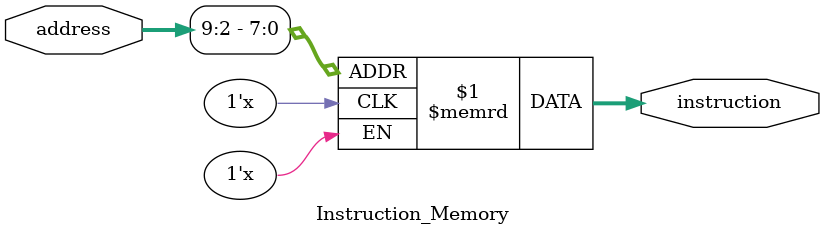
<source format=v>
`timescale 1ns / 1ps


`define WORD_SIZE 32

module Instruction_Memory(
    input [`WORD_SIZE-1:0] address,
    output [`WORD_SIZE-1:0] instruction
    );
    
    // 256 words of instruction memory
    reg [`WORD_SIZE-1:0] imem [255:0];

    // Read instruction from memory based on PC address
    // The address from PC is byte-addressed, so we divide by 4 for word index
    assign instruction = imem[address[9:2]];

endmodule

</source>
